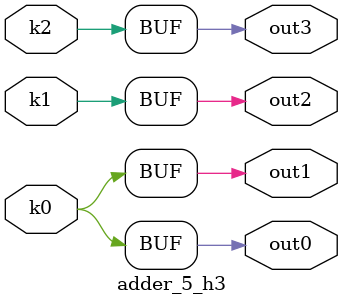
<source format=v>
module adder_5(pi0, pi1, pi2, pi3, pi4, pi5, pi6, po0, po1, po2, po3);
input pi0, pi1, pi2, pi3, pi4, pi5, pi6;
output po0, po1, po2, po3;
wire k0, k1, k2;
adder_5_w3 DUT1 (pi0, pi1, pi2, pi3, pi4, pi5, pi6, k0, k1, k2);
adder_5_h3 DUT2 (k0, k1, k2, po0, po1, po2, po3);
endmodule

module adder_5_w3(in0, in1, in2, in3, in4, in5, in6, k0, k1, k2);
input in0, in1, in2, in3, in4, in5, in6;
output k0, k1, k2;
assign k0 =   ((~in4 ^ in1) & ((((in6 & (in3 | ~in0)) | (in3 & ~in0)) & (in5 | in2)) | (in5 & in2))) | (((~in3 & in0) | (~in6 & (~in3 | in0))) & (~in5 | ~in2) & (in4 ^ in1)) | (~in5 & ~in2 & (in4 ^ in1));
assign k1 =   ((~in5 ^ in2) & ((in6 & (in3 | ~in0)) | (in3 & ~in0))) | (((~in3 & in0) | (~in6 & (~in3 | in0))) & (in5 ^ in2));
assign k2 =   in6 ? (in3 ^ in0) : (~in3 ^ in0);
endmodule

module adder_5_h3(k0, k1, k2, out0, out1, out2, out3);
input k0, k1, k2;
output out0, out1, out2, out3;
assign out0 = k0;
assign out1 = k0;
assign out2 = k1;
assign out3 = k2;
endmodule

</source>
